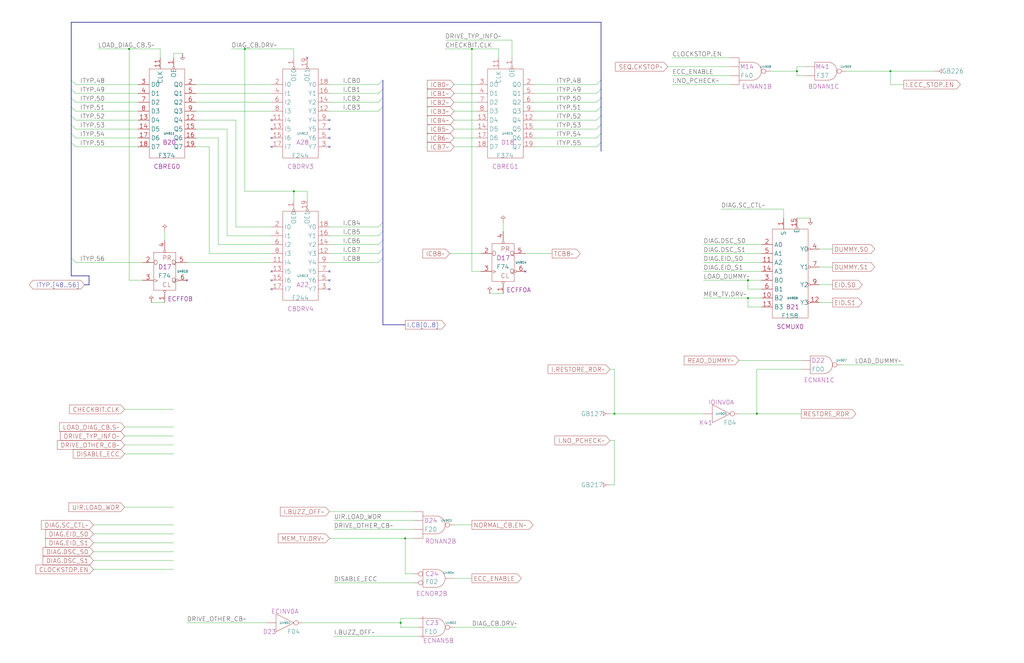
<source format=kicad_sch>
(kicad_sch (version 20220126) (generator eeschema)
  (paper "User" 584.2 378.46)
  (title_block (title "ERROR CHECKING & CORRECTION\\nDIAGNOSTIC CHECKBITS") (date "22-SEP-90") (rev "2.0") (comment 1 "IOC") (comment 2 "232-003061") (comment 3 "S400") (comment 4 "RELEASED"))
  (lib_symbols
    (symbol "r1000:F00" (pin_numbers hide) (pin_names hide)
      (property "Reference" "U" (at 15.24 0 0))
      (property "Value" "F00" (at 1.905 -5.08 0))
      (property "Location" "___" (at 1.905 0 0))
      (property "Name" "______" (at 2.54 -12.7 0))
      (symbol "F00_0_1"
        (polyline (pts (xy -2.54 -7.62) (xy 5.08 -7.62)) (stroke (width 0.1524)))
        (polyline (pts (xy -2.54 2.54) (xy -2.54 -7.62)) (stroke (width 0.1524)))
        (polyline (pts (xy -2.54 2.54) (xy 5.08 2.54)) (stroke (width 0.1524)))
        (arc (start 5.08 -7.62) (mid 10.1282 -2.54) (end 5.08 2.54) (stroke (width 0.1524)))
        (circle (center 11.43 -2.54) (radius 1.27) (stroke (width 0.1524)))
      )
      (symbol "F00_0_2"
        (circle (center -3.81 -5.08) (radius 1.27) (stroke (width 0.1524)))
        (circle (center -3.81 0) (radius 1.27) (stroke (width 0.1524)))
        (arc (start -3.175 -7.62) (mid -2.134 -2.54) (end -3.175 2.54) (stroke (width 0.1524)))
        (polyline (pts (xy -3.175 -7.62) (xy 3.81 -7.62)) (stroke (width 0.1524)))
        (polyline (pts (xy -3.175 2.54) (xy 3.81 2.54)) (stroke (width 0.1524)))
        (arc (start 3.81 -7.62) (mid 7.5855 -5.8306) (end 10.16 -2.54) (stroke (width 0.1524)))
        (arc (start 10.16 -2.54) (mid 7.5827 0.7471) (end 3.81 2.54) (stroke (width 0.1524)))
      )
      (symbol "F00_1_1"
        (pin input line (at -7.62 0 0) (length 5.08) (name "D0") (number "1"))
        (pin input line (at -7.62 -5.08 0) (length 5.08) (name "D1") (number "2"))
        (pin output line (at 15.24 -2.54 180) (length 2.54) (name "Q") (number "3"))
      )
      (symbol "F00_1_2"
        (pin input line (at -7.62 0 0) (length 2.54) (name "D0") (number "1"))
        (pin input line (at -7.62 -5.08 0) (length 2.54) (name "D1") (number "2"))
        (pin output line (at 15.24 -2.54 180) (length 5.08) (name "Q") (number "3"))
      )
    )
    (symbol "r1000:F02" (pin_numbers hide) (pin_names hide)
      (property "Reference" "U" (at 12.16 0.635 0))
      (property "Value" "F02" (at -1.27 -4.445 0))
      (property "Location" "___" (at 2.54 0 0))
      (property "Name" "______" (at 2.54 -12.7 0))
      (symbol "F02_0_1"
        (arc (start -3.81 -7.62) (mid -2.9847 -2.54) (end -3.81 2.54) (stroke (width 0.1524)))
        (polyline (pts (xy -5.08 -5.08) (xy -3.175 -5.08)) (stroke (width 0.1524)))
        (polyline (pts (xy -5.08 0) (xy -3.175 0)) (stroke (width 0.1524)))
        (polyline (pts (xy -3.81 -7.62) (xy 2.54 -7.62)) (stroke (width 0.1524)))
        (polyline (pts (xy -3.81 2.54) (xy 2.54 2.54)) (stroke (width 0.1524)))
        (polyline (pts (xy 13.97 -2.54) (xy 12.7 -2.54)) (stroke (width 0.1524)))
        (arc (start 2.54 -7.62) (mid 6.9515 -5.9823) (end 10.16 -2.54) (stroke (width 0.1524)))
        (arc (start 10.16 -2.54) (mid 6.9478 0.8966) (end 2.54 2.54) (stroke (width 0.1524)))
        (circle (center 11.43 -2.54) (radius 1.27) (stroke (width 0.1524)))
      )
      (symbol "F02_0_2"
        (circle (center -3.81 -5.08) (radius 1.27) (stroke (width 0.1524)))
        (circle (center -3.81 0) (radius 1.27) (stroke (width 0.1524)))
        (polyline (pts (xy -2.54 -7.62) (xy 5.08 -7.62)) (stroke (width 0.1524)))
        (polyline (pts (xy -2.54 2.54) (xy -2.54 -7.62)) (stroke (width 0.1524)))
        (polyline (pts (xy -2.54 2.54) (xy 5.08 2.54)) (stroke (width 0.1524)))
        (polyline (pts (xy 11.43 -2.54) (xy 10.16 -2.54)) (stroke (width 0.1524)))
        (polyline (pts (xy 11.43 -2.54) (xy 12.7 -2.54)) (stroke (width 0.1524)))
        (arc (start 5.08 -7.62) (mid 10.1282 -2.54) (end 5.08 2.54) (stroke (width 0.1524)))
      )
      (symbol "F02_1_1"
        (pin input line (at -7.62 0 0) (length 2.54) (name "D0") (number "1"))
        (pin input line (at -7.62 -5.08 0) (length 2.54) (name "D1") (number "2"))
        (pin output line (at 15.24 -2.54 180) (length 1.27) (name "Q") (number "3"))
      )
      (symbol "F02_1_2"
        (pin input line (at -7.62 0 0) (length 2.54) (name "D0") (number "1"))
        (pin input line (at -7.62 -5.08 0) (length 2.54) (name "D1") (number "2"))
        (pin output line (at 15.24 -2.54 180) (length 2.54) (name "Q") (number "3"))
      )
    )
    (symbol "r1000:F04" (pin_numbers hide) (pin_names hide)
      (property "Reference" "U" (at 0 0 0))
      (property "Value" "F04" (at 1.27 -5.08 0))
      (property "Location" "___" (at -12.7 -5.08 0))
      (property "Name" "______" (at 0 5.08 0))
      (symbol "F04_0_1"
        (polyline (pts (xy -7.62 0) (xy -5.08 0)) (stroke (width 0.1524)))
        (polyline (pts (xy -5.08 5.08) (xy -5.08 -5.08)) (stroke (width 0.1524)))
        (polyline (pts (xy 5.08 0) (xy -5.08 -5.08)) (stroke (width 0.1524)))
        (polyline (pts (xy 5.08 0) (xy -5.08 5.08)) (stroke (width 0.1524)))
        (circle (center 6.35 0) (radius 1.27) (stroke (width 0.1524)))
      )
      (symbol "F04_1_1"
        (pin input line (at -10.16 0 0) (length 2.54) (name "D0") (number "1"))
        (pin output line (at 10.16 0 180) (length 2.54) (name "Q") (number "2"))
      )
    )
    (symbol "r1000:F10" (pin_numbers hide) (pin_names hide)
      (property "Reference" "U" (at 13.335 0 0))
      (property "Value" "F10" (at 5.715 -5.08 0))
      (property "Location" "___" (at -1.27 0 0))
      (property "Name" "______" (at -2.54 -10.16 0))
      (symbol "F10_0_1"
        (polyline (pts (xy -2.54 -7.62) (xy 5.08 -7.62)) (stroke (width 0.1524)))
        (polyline (pts (xy -2.54 2.54) (xy 5.08 2.54)) (stroke (width 0.1524)))
        (polyline (pts (xy -2.54 3.81) (xy -2.54 -8.89)) (stroke (width 0.1524)))
        (arc (start 5.08 -7.62) (mid 10.1282 -2.54) (end 5.08 2.54) (stroke (width 0.1524)))
        (circle (center 11.43 -2.54) (radius 1.27) (stroke (width 0.1524)))
      )
      (symbol "F10_0_2"
        (circle (center -3.81 -7.62) (radius 1.27) (stroke (width 0.1524)))
        (circle (center -3.81 2.54) (radius 1.27) (stroke (width 0.1524)))
        (circle (center -3.175 -2.54) (radius 1.27) (stroke (width 0.1524)))
        (arc (start -2.54 -7.62) (mid -1.8195 -2.54) (end -2.54 2.54) (stroke (width 0.1524)))
        (polyline (pts (xy -4.445 -2.54) (xy -5.08 -2.54)) (stroke (width 0.1524)))
        (polyline (pts (xy -2.54 -7.62) (xy 5.08 -7.62)) (stroke (width 0.1524)))
        (polyline (pts (xy -2.54 2.54) (xy 5.08 2.54)) (stroke (width 0.1524)))
        (polyline (pts (xy 10.795 -2.54) (xy 12.7 -2.54)) (stroke (width 0.1524)))
        (arc (start 5.08 -7.62) (mid 8.4845 -5.6954) (end 10.795 -2.54) (stroke (width 0.1524)))
        (arc (start 10.795 -2.54) (mid 8.4807 0.6111) (end 5.08 2.54) (stroke (width 0.1524)))
      )
      (symbol "F10_1_1"
        (pin input line (at -5.08 2.54 0) (length 2.54) (name "D0") (number "1"))
        (pin input line (at -5.08 -2.54 0) (length 2.54) (name "D1") (number "2"))
        (pin input line (at -5.08 -7.62 0) (length 2.54) (name "D2") (number "3"))
        (pin output line (at 15.24 -2.54 180) (length 2.54) (name "Q") (number "4"))
      )
      (symbol "F10_1_2"
        (pin input line (at -5.08 2.54 0) (length 0) (name "D0") (number "1"))
        (pin input line (at -5.08 -2.54 0) (length 0) (name "D1") (number "2"))
        (pin input line (at -5.08 -7.62 0) (length 0) (name "D2") (number "3"))
        (pin output line (at 15.24 -2.54 180) (length 2.54) (name "Q") (number "4"))
      )
    )
    (symbol "r1000:F158" (pin_names (offset 1.016))
      (property "Reference" "U" (at 2.54 5.08 0))
      (property "Value" "F158" (at -3.81 -5.08 0))
      (property "Location" "___" (at -1.27 0 0))
      (property "Name" "______" (at 1.27 -12.7 0))
      (symbol "F158_1_1"
        (rectangle (start -8.89 44.45) (end 11.43 -6.35))
        (circle (center 5.08 45.085) (radius 0.635))
        (circle (center 12.065 2.54) (radius 0.635))
        (circle (center 12.065 12.7) (radius 0.635))
        (circle (center 12.065 22.86) (radius 0.635))
        (circle (center 12.065 33.02) (radius 0.635))
        (pin input line (at -2.54 50.8 270) (length 6.35) (name "S") (number "1"))
        (pin input line (at -15.24 5.08 0) (length 6.35) (name "B2") (number "10"))
        (pin input line (at -15.24 25.4 0) (length 6.35) (name "A2") (number "11"))
        (pin output line (at 17.78 2.54 180) (length 5.08) (name "Y3") (number "12"))
        (pin input line (at -15.24 0 0) (length 6.35) (name "B3") (number "13"))
        (pin input line (at -15.24 20.32 0) (length 6.35) (name "A3") (number "14"))
        (pin input line (at 5.08 50.8 270) (length 5.08) (name "E") (number "15"))
        (pin input line (at -15.24 35.56 0) (length 6.35) (name "A0") (number "2"))
        (pin input line (at -15.24 15.24 0) (length 6.35) (name "B0") (number "3"))
        (pin output line (at 17.78 33.02 180) (length 5.08) (name "Y0") (number "4"))
        (pin input line (at -15.24 30.48 0) (length 6.35) (name "A1") (number "5"))
        (pin input line (at -15.24 10.16 0) (length 6.35) (name "B1") (number "6"))
        (pin output line (at 17.78 22.86 180) (length 5.08) (name "Y1") (number "7"))
        (pin output line (at 17.78 12.7 180) (length 5.08) (name "Y2") (number "9"))
      )
    )
    (symbol "r1000:F20" (pin_numbers hide) (pin_names hide)
      (property "Reference" "U" (at 8.255 2.54 0))
      (property "Value" "F20" (at -0.635 -2.54 0))
      (property "Location" "___" (at -0.635 2.54 0))
      (property "Name" "______" (at 5.08 -10.795 0))
      (symbol "F20_0_1"
        (polyline (pts (xy -5.08 -5.08) (xy -5.08 -7.62)) (stroke (width 0.1524)))
        (polyline (pts (xy -5.08 5.08) (xy -5.08 -5.08)) (stroke (width 0.1524)))
        (polyline (pts (xy -5.08 7.62) (xy -5.08 5.08)) (stroke (width 0.1524)))
        (polyline (pts (xy 2.54 -5.08) (xy -5.08 -5.08)) (stroke (width 0.1524)))
        (polyline (pts (xy 2.54 5.08) (xy -5.08 5.08)) (stroke (width 0.1524)))
        (arc (start 2.54 -5.08) (mid 7.5882 0) (end 2.54 5.08) (stroke (width 0.1524)))
        (circle (center 8.89 0) (radius 1.27) (stroke (width 0.1524)))
      )
      (symbol "F20_0_2"
        (circle (center -7.62 -7.62) (radius 1.27) (stroke (width 0.1524)))
        (circle (center -7.62 7.62) (radius 1.27) (stroke (width 0.1524)))
        (circle (center -6.985 -2.54) (radius 1.27) (stroke (width 0.1524)))
        (circle (center -6.985 2.54) (radius 1.27) (stroke (width 0.1524)))
        (arc (start -6.35 -7.62) (mid -5.3975 0) (end -6.35 7.62) (stroke (width 0.1524)))
        (polyline (pts (xy -5.715 -5.08) (xy 1.27 -5.08)) (stroke (width 0.1524)))
        (polyline (pts (xy -5.715 5.08) (xy 1.27 5.08)) (stroke (width 0.1524)))
        (arc (start 1.27 -5.08) (mid 5.0518 -3.2985) (end 7.62 0) (stroke (width 0.1524)))
        (arc (start 7.62 0) (mid 5.0518 3.2985) (end 1.27 5.08) (stroke (width 0.1524)))
      )
      (symbol "F20_1_1"
        (pin input line (at -10.16 7.62 0) (length 5.08) (name "D0") (number "1"))
        (pin input line (at -10.16 2.54 0) (length 5.08) (name "D1") (number "2"))
        (pin input line (at -10.16 -2.54 0) (length 5.08) (name "D2") (number "4"))
        (pin input line (at -10.16 -7.62 0) (length 5.08) (name "D3") (number "5"))
        (pin output line (at 12.7 0 180) (length 2.54) (name "Q") (number "6"))
      )
      (symbol "F20_1_2"
        (pin input line (at -10.16 7.62 0) (length 1.27) (name "D0") (number "1"))
        (pin input line (at -10.16 2.54 0) (length 1.905) (name "D1") (number "2"))
        (pin input line (at -10.16 -2.54 0) (length 1.905) (name "D2") (number "4"))
        (pin input line (at -10.16 -7.62 0) (length 1.27) (name "D3") (number "5"))
        (pin output line (at 12.7 0 180) (length 5.08) (name "Q") (number "6"))
      )
    )
    (symbol "r1000:F244" (pin_names (offset 1.016))
      (property "Reference" "U" (at 2.54 5.08 0))
      (property "Value" "F244" (at -3.81 -7.62 0))
      (property "Location" "___" (at -1.27 0 0))
      (property "Name" "______" (at 1.27 -15.24 0))
      (symbol "F244_1_1"
        (rectangle (start -8.89 41.91) (end 11.43 -8.89))
        (circle (center -2.54 42.545) (radius 0.635))
        (circle (center 5.08 42.545) (radius 0.635))
        (pin input line (at -2.54 48.26 270) (length 5.08) (name "OE0") (number "1"))
        (pin input line (at -15.24 12.7 0) (length 6.35) (name "I4") (number "11"))
        (pin tri_state line (at 17.78 17.78 180) (length 6.35) (name "Y3") (number "12"))
        (pin input line (at -15.24 7.62 0) (length 6.35) (name "I5") (number "13"))
        (pin tri_state line (at 17.78 22.86 180) (length 6.35) (name "Y2") (number "14"))
        (pin input line (at -15.24 2.54 0) (length 6.35) (name "I6") (number "15"))
        (pin tri_state line (at 17.78 27.94 180) (length 6.35) (name "Y1") (number "16"))
        (pin input line (at -15.24 -2.54 0) (length 6.35) (name "I7") (number "17"))
        (pin tri_state line (at 17.78 33.02 180) (length 6.35) (name "Y0") (number "18"))
        (pin input line (at 5.08 48.26 270) (length 5.08) (name "OE1") (number "19"))
        (pin input line (at -15.24 33.02 0) (length 6.35) (name "I0") (number "2"))
        (pin tri_state line (at 17.78 -2.54 180) (length 6.35) (name "Y7") (number "3"))
        (pin input line (at -15.24 27.94 0) (length 6.35) (name "I1") (number "4"))
        (pin tri_state line (at 17.78 2.54 180) (length 6.35) (name "Y6") (number "5"))
        (pin input line (at -15.24 22.86 0) (length 6.35) (name "I2") (number "6"))
        (pin tri_state line (at 17.78 7.62 180) (length 6.35) (name "Y5") (number "7"))
        (pin input line (at -15.24 17.78 0) (length 6.35) (name "I3") (number "8"))
        (pin tri_state line (at 17.78 12.7 180) (length 6.35) (name "Y4") (number "9"))
      )
    )
    (symbol "r1000:F37" (pin_numbers hide) (pin_names (offset 0) hide)
      (property "Reference" "U" (at 15.24 0 0))
      (property "Value" "F37" (at 1.905 -5.08 0))
      (property "Location" "___" (at 1.905 0 0))
      (property "Name" "______" (at 2.54 -12.7 0))
      (symbol "F37_0_1"
        (polyline (pts (xy -2.54 -7.62) (xy 5.08 -7.62)) (stroke (width 0.1524)))
        (polyline (pts (xy -2.54 2.54) (xy -2.54 -7.62)) (stroke (width 0.1524)))
        (polyline (pts (xy -2.54 2.54) (xy 5.08 2.54)) (stroke (width 0.1524)))
        (arc (start 5.08 -7.62) (mid 10.1282 -2.54) (end 5.08 2.54) (stroke (width 0.1524)))
        (circle (center 11.43 -2.54) (radius 1.27) (stroke (width 0.1524)))
      )
      (symbol "F37_0_2"
        (circle (center -3.81 -5.08) (radius 1.27) (stroke (width 0.1524)))
        (circle (center -3.81 0) (radius 1.27) (stroke (width 0.1524)))
        (arc (start -3.175 -7.62) (mid -2.134 -2.54) (end -3.175 2.54) (stroke (width 0.1524)))
        (polyline (pts (xy -3.175 -7.62) (xy 3.81 -7.62)) (stroke (width 0.1524)))
        (polyline (pts (xy -3.175 2.54) (xy 3.81 2.54)) (stroke (width 0.1524)))
        (arc (start 3.81 -7.62) (mid 7.5855 -5.8306) (end 10.16 -2.54) (stroke (width 0.1524)))
        (arc (start 10.16 -2.54) (mid 7.5827 0.7471) (end 3.81 2.54) (stroke (width 0.1524)))
      )
      (symbol "F37_1_1"
        (pin input line (at -7.62 0 0) (length 5.08) (name "D0") (number "1"))
        (pin input line (at -7.62 -5.08 0) (length 5.08) (name "D1") (number "2"))
        (pin output line (at 15.24 -2.54 180) (length 2.54) (name "Q") (number "3"))
      )
      (symbol "F37_1_2"
        (pin input line (at -7.62 0 0) (length 2.54) (name "D0") (number "1"))
        (pin input line (at -7.62 -5.08 0) (length 2.54) (name "D1") (number "2"))
        (pin output line (at 15.24 -2.54 180) (length 5.08) (name "Q") (number "3"))
      )
    )
    (symbol "r1000:F374" (pin_names (offset 1.016))
      (property "Reference" "U" (at 2.54 5.08 0))
      (property "Value" "F374" (at -3.81 -7.62 0))
      (property "Location" "___" (at -1.27 0 0))
      (property "Name" "______" (at 1.27 -15.24 0))
      (symbol "F374_1_1"
        (rectangle (start -8.89 41.91) (end 11.43 -8.89))
        (circle (center 5.08 42.545) (radius 0.635))
        (pin input line (at 5.08 48.26 270) (length 5.08) (name "OE") (number "1"))
        (pin input line (at -2.54 48.26 270) (length 6.35) (name "CLK") (number "11"))
        (pin tri_state line (at 17.78 12.7 180) (length 6.35) (name "Q4") (number "12"))
        (pin input line (at -15.24 12.7 0) (length 6.35) (name "D4") (number "13"))
        (pin input line (at -15.24 7.62 0) (length 6.35) (name "D5") (number "14"))
        (pin tri_state line (at 17.78 7.62 180) (length 6.35) (name "Q5") (number "15"))
        (pin tri_state line (at 17.78 2.54 180) (length 6.35) (name "Q6") (number "16"))
        (pin input line (at -15.24 2.54 0) (length 6.35) (name "D6") (number "17"))
        (pin input line (at -15.24 -2.54 0) (length 6.35) (name "D7") (number "18"))
        (pin tri_state line (at 17.78 -2.54 180) (length 6.35) (name "Q7") (number "19"))
        (pin tri_state line (at 17.78 33.02 180) (length 6.35) (name "Q0") (number "2"))
        (pin input line (at -15.24 33.02 0) (length 6.35) (name "D0") (number "3"))
        (pin input line (at -15.24 27.94 0) (length 6.35) (name "D1") (number "4"))
        (pin tri_state line (at 17.78 27.94 180) (length 6.35) (name "Q1") (number "5"))
        (pin tri_state line (at 17.78 22.86 180) (length 6.35) (name "Q2") (number "6"))
        (pin input line (at -15.24 22.86 0) (length 6.35) (name "D2") (number "7"))
        (pin input line (at -15.24 17.78 0) (length 6.35) (name "D3") (number "8"))
        (pin tri_state line (at 17.78 17.78 180) (length 6.35) (name "Q3") (number "9"))
      )
    )
    (symbol "r1000:F40" (pin_numbers hide) (pin_names hide)
      (property "Reference" "U" (at 12.7 2.54 0))
      (property "Value" "F40" (at 1.905 -2.54 0))
      (property "Location" "___" (at 1.905 2.54 0))
      (property "Name" "______" (at 7.62 -10.16 0))
      (symbol "F40_0_0"
        (polyline (pts (xy -2.54 -5.08) (xy 5.08 -5.08)) (stroke (width 0.1524)))
        (polyline (pts (xy -2.54 5.08) (xy 5.08 5.08)) (stroke (width 0.1524)))
        (arc (start 5.08 -5.08) (mid 8.6721 -3.5921) (end 10.16 0) (stroke (width 0.1524)))
        (arc (start 10.16 0) (mid 8.6721 3.5921) (end 5.08 5.08) (stroke (width 0.1524)))
        (circle (center 11.43 0) (radius 1.27) (stroke (width 0.1524)))
      )
      (symbol "F40_0_1"
        (polyline (pts (xy -2.54 -5.08) (xy -2.54 -7.62)) (stroke (width 0.1524)))
        (polyline (pts (xy -2.54 5.08) (xy -2.54 -5.08)) (stroke (width 0.1524)))
        (polyline (pts (xy -2.54 7.62) (xy -2.54 5.08)) (stroke (width 0.1524)))
      )
      (symbol "F40_1_1"
        (pin input line (at -7.62 7.62 0) (length 5.08) (name "D0") (number "1"))
        (pin input line (at -7.62 2.54 0) (length 5.08) (name "D3") (number "2"))
        (pin input line (at -7.62 -2.54 0) (length 5.08) (name "D4") (number "4"))
        (pin input line (at -7.62 -7.62 0) (length 5.08) (name "D5") (number "5"))
        (pin output line (at 15.24 0 180) (length 2.54) (name "Q") (number "6"))
      )
    )
    (symbol "r1000:F74" (pin_names (offset 1.016) hide)
      (property "Reference" "U" (at 12.7 -2.54 0))
      (property "Value" "F74" (at -1.27 -5.08 0))
      (property "Location" "___" (at -1.27 0 0))
      (property "Name" "______" (at 11.43 -19.685 0))
      (symbol "F74_0_1"
        (rectangle (start -3.81 8.255) (end 8.89 -13.335) (stroke (width 0.1524)))
        (polyline (pts (xy 2.54 -15.24) (xy 2.54 -14.605)) (stroke (width 0.1524)))
        (polyline (pts (xy 2.54 10.16) (xy 2.54 9.525)) (stroke (width 0.1524)))
      )
      (symbol "F74_1_1"
        (circle (center 2.54 -13.97) (radius 0.635))
        (circle (center 2.54 8.89) (radius 0.635))
        (circle (center 9.525 -7.62) (radius 0.635))
        (text ">" (at -2.54 -7.62 0) (effects (font (size 2.54 2.54))))
        (text "C" (at 2.54 -10.16 0) (effects (font (size 2.54 2.54))))
        (text "D" (at -2.54 2.54 0) (effects (font (size 2.54 2.54))))
        (text "L" (at 5.08 -10.16 0) (effects (font (size 2.54 2.54))))
        (text "P" (at 2.54 5.08 0) (effects (font (size 2.54 2.54))))
        (text "Q" (at 7.62 -7.62 0) (effects (font (size 2.54 2.54))))
        (text "Q" (at 7.62 2.54 0) (effects (font (size 2.54 2.54))))
        (text "R" (at 5.08 5.08 0) (effects (font (size 2.54 2.54))))
        (pin input line (at 2.54 -20.32 90) (length 5.08) (name "CL_") (number "1"))
        (pin input line (at -10.16 2.54 0) (length 6.35) (name "D") (number "2"))
        (pin input line (at -10.16 -7.62 0) (length 6.35) (name "CLK") (number "3"))
        (pin input line (at 2.54 15.24 270) (length 5.08) (name "PR_") (number "4"))
        (pin output line (at 15.24 2.54 180) (length 6.35) (name "Q") (number "5"))
        (pin output line (at 15.24 -7.62 180) (length 5.08) (name "Q_") (number "6"))
      )
    )
    (symbol "r1000:GB" (pin_numbers hide) (pin_names (offset 0) hide)
      (property "Reference" "GB" (at 3.81 0 0))
      (symbol "GB_0_1"
        (polyline (pts (xy 2.54 0) (xy 3.81 1.27) (xy 3.81 -1.27) (xy 2.54 0)) (stroke (width 0.1524)))
      )
      (symbol "GB_1_1"
        (pin bidirectional line (at 0 0 0) (length 2.54) (name "") (number "1"))
      )
    )
    (symbol "r1000:PD" (power) (pin_numbers hide) (pin_names hide) (in_bom no)
      (symbol "PD_0_1"
        (polyline (pts (xy 0 -2.54) (xy 1.27 -2.54) (xy 0 -3.81) (xy -1.27 -2.54) (xy 0 -2.54)) (stroke (width 0.1524)))
      )
      (symbol "PD_1_1"
        (pin power_in line (at 0 0 270) (length 2.54) (name "PD") (number "1"))
      )
    )
    (symbol "r1000:PU" (power) (pin_numbers hide) (pin_names hide)
      (symbol "PU_0_1"
        (polyline (pts (xy 0 2.54) (xy -1.27 2.54) (xy 0 3.81) (xy 1.27 2.54) (xy 0 2.54)) (stroke (width 0.1524)))
      )
      (symbol "PU_1_1"
        (pin power_in line (at 0 0 90) (length 2.54) (name "PU") (number "1"))
      )
    )
  )
  (bus (pts (xy 218.44 127) (xy 218.44 132.08)))
  (bus (pts (xy 218.44 132.08) (xy 218.44 137.16)))
  (bus (pts (xy 218.44 137.16) (xy 218.44 142.24)))
  (bus (pts (xy 218.44 142.24) (xy 218.44 147.32)))
  (bus (pts (xy 218.44 147.32) (xy 218.44 185.42)))
  (bus (pts (xy 218.44 185.42) (xy 231.14 185.42)))
  (bus (pts (xy 218.44 45.72) (xy 218.44 50.8)))
  (bus (pts (xy 218.44 50.8) (xy 218.44 55.88)))
  (bus (pts (xy 218.44 55.88) (xy 218.44 60.96)))
  (bus (pts (xy 218.44 60.96) (xy 218.44 127)))
  (bus (pts (xy 342.9 12.7) (xy 342.9 45.72)))
  (bus (pts (xy 342.9 12.7) (xy 40.64 12.7)))
  (bus (pts (xy 342.9 45.72) (xy 342.9 50.8)))
  (bus (pts (xy 342.9 50.8) (xy 342.9 55.88)))
  (bus (pts (xy 342.9 55.88) (xy 342.9 60.96)))
  (bus (pts (xy 342.9 60.96) (xy 342.9 66.04)))
  (bus (pts (xy 342.9 66.04) (xy 342.9 71.12)))
  (bus (pts (xy 342.9 71.12) (xy 342.9 76.2)))
  (bus (pts (xy 342.9 76.2) (xy 342.9 81.28)))
  (bus (pts (xy 342.9 81.28) (xy 342.9 86.36)))
  (bus (pts (xy 40.64 12.7) (xy 40.64 45.72)))
  (bus (pts (xy 40.64 147.32) (xy 40.64 157.48)))
  (bus (pts (xy 40.64 45.72) (xy 40.64 50.8)))
  (bus (pts (xy 40.64 50.8) (xy 40.64 55.88)))
  (bus (pts (xy 40.64 55.88) (xy 40.64 60.96)))
  (bus (pts (xy 40.64 60.96) (xy 40.64 66.04)))
  (bus (pts (xy 40.64 66.04) (xy 40.64 71.12)))
  (bus (pts (xy 40.64 71.12) (xy 40.64 76.2)))
  (bus (pts (xy 40.64 76.2) (xy 40.64 81.28)))
  (bus (pts (xy 40.64 81.28) (xy 40.64 147.32)))
  (bus (pts (xy 48.26 162.56) (xy 50.8 162.56)))
  (bus (pts (xy 50.8 157.48) (xy 40.64 157.48)))
  (bus (pts (xy 50.8 162.56) (xy 50.8 157.48)))
  (wire (pts (xy 104.14 30.48) (xy 99.06 30.48)))
  (wire (pts (xy 106.68 149.86) (xy 154.94 149.86)))
  (wire (pts (xy 106.68 355.6) (xy 152.4 355.6)))
  (wire (pts (xy 111.76 48.26) (xy 154.94 48.26)))
  (wire (pts (xy 111.76 53.34) (xy 154.94 53.34)))
  (wire (pts (xy 111.76 58.42) (xy 154.94 58.42)))
  (wire (pts (xy 111.76 63.5) (xy 154.94 63.5)))
  (wire (pts (xy 111.76 68.58) (xy 134.62 68.58)))
  (wire (pts (xy 111.76 73.66) (xy 129.54 73.66)))
  (wire (pts (xy 111.76 78.74) (xy 124.46 78.74)))
  (wire (pts (xy 111.76 83.82) (xy 119.38 83.82)))
  (wire (pts (xy 119.38 144.78) (xy 154.94 144.78)))
  (wire (pts (xy 119.38 83.82) (xy 119.38 144.78)))
  (wire (pts (xy 124.46 139.7) (xy 154.94 139.7)))
  (wire (pts (xy 124.46 78.74) (xy 124.46 139.7)))
  (wire (pts (xy 129.54 134.62) (xy 154.94 134.62)))
  (wire (pts (xy 129.54 73.66) (xy 129.54 134.62)))
  (wire (pts (xy 132.08 27.94) (xy 139.7 27.94)))
  (wire (pts (xy 134.62 129.54) (xy 154.94 129.54)))
  (wire (pts (xy 134.62 68.58) (xy 134.62 129.54)))
  (wire (pts (xy 139.7 109.22) (xy 139.7 27.94)))
  (wire (pts (xy 139.7 27.94) (xy 167.64 27.94)))
  (wire (pts (xy 167.64 109.22) (xy 139.7 109.22)))
  (wire (pts (xy 167.64 109.22) (xy 167.64 114.3)))
  (wire (pts (xy 167.64 27.94) (xy 167.64 33.02)))
  (wire (pts (xy 172.72 355.6) (xy 228.6 355.6)))
  (wire (pts (xy 175.26 109.22) (xy 167.64 109.22)))
  (wire (pts (xy 175.26 114.3) (xy 175.26 109.22)))
  (wire (pts (xy 187.96 129.54) (xy 215.9 129.54)))
  (wire (pts (xy 187.96 134.62) (xy 215.9 134.62)))
  (wire (pts (xy 187.96 139.7) (xy 215.9 139.7)))
  (wire (pts (xy 187.96 144.78) (xy 215.9 144.78)))
  (wire (pts (xy 187.96 149.86) (xy 215.9 149.86)))
  (wire (pts (xy 187.96 292.1) (xy 236.22 292.1)))
  (wire (pts (xy 187.96 307.34) (xy 231.14 307.34)))
  (wire (pts (xy 187.96 48.26) (xy 215.9 48.26)))
  (wire (pts (xy 187.96 53.34) (xy 215.9 53.34)))
  (wire (pts (xy 187.96 58.42) (xy 215.9 58.42)))
  (wire (pts (xy 187.96 63.5) (xy 215.9 63.5)))
  (wire (pts (xy 190.5 297.18) (xy 236.22 297.18)))
  (wire (pts (xy 190.5 302.26) (xy 236.22 302.26)))
  (wire (pts (xy 190.5 332.74) (xy 236.22 332.74)))
  (wire (pts (xy 190.5 363.22) (xy 238.76 363.22)))
  (wire (pts (xy 228.6 353.06) (xy 228.6 355.6)))
  (wire (pts (xy 228.6 355.6) (xy 228.6 358.14)))
  (wire (pts (xy 228.6 358.14) (xy 238.76 358.14)))
  (wire (pts (xy 231.14 307.34) (xy 236.22 307.34)))
  (wire (pts (xy 231.14 327.66) (xy 231.14 307.34)))
  (wire (pts (xy 236.22 327.66) (xy 231.14 327.66)))
  (wire (pts (xy 238.76 353.06) (xy 228.6 353.06)))
  (wire (pts (xy 254 22.86) (xy 292.1 22.86)))
  (wire (pts (xy 254 27.94) (xy 269.24 27.94)))
  (wire (pts (xy 256.54 144.78) (xy 274.32 144.78)))
  (wire (pts (xy 259.08 299.72) (xy 269.24 299.72)))
  (wire (pts (xy 259.08 330.2) (xy 269.24 330.2)))
  (wire (pts (xy 259.08 358.14) (xy 294.64 358.14)))
  (wire (pts (xy 259.08 48.26) (xy 271.78 48.26)))
  (wire (pts (xy 259.08 53.34) (xy 271.78 53.34)))
  (wire (pts (xy 259.08 58.42) (xy 271.78 58.42)))
  (wire (pts (xy 259.08 63.5) (xy 271.78 63.5)))
  (wire (pts (xy 259.08 68.58) (xy 271.78 68.58)))
  (wire (pts (xy 259.08 73.66) (xy 271.78 73.66)))
  (wire (pts (xy 259.08 78.74) (xy 271.78 78.74)))
  (wire (pts (xy 259.08 83.82) (xy 271.78 83.82)))
  (wire (pts (xy 269.24 154.94) (xy 269.24 27.94)))
  (wire (pts (xy 269.24 27.94) (xy 284.48 27.94)))
  (wire (pts (xy 274.32 154.94) (xy 269.24 154.94)))
  (wire (pts (xy 279.4 167.64) (xy 287.02 167.64)))
  (wire (pts (xy 284.48 27.94) (xy 284.48 33.02)))
  (wire (pts (xy 287.02 127) (xy 287.02 132.08)))
  (wire (pts (xy 292.1 33.02) (xy 292.1 22.86)))
  (wire (pts (xy 299.72 144.78) (xy 314.96 144.78)))
  (wire (pts (xy 304.8 48.26) (xy 340.36 48.26)))
  (wire (pts (xy 304.8 53.34) (xy 340.36 53.34)))
  (wire (pts (xy 304.8 58.42) (xy 340.36 58.42)))
  (wire (pts (xy 304.8 63.5) (xy 340.36 63.5)))
  (wire (pts (xy 304.8 68.58) (xy 340.36 68.58)))
  (wire (pts (xy 304.8 73.66) (xy 340.36 73.66)))
  (wire (pts (xy 304.8 78.74) (xy 340.36 78.74)))
  (wire (pts (xy 304.8 83.82) (xy 340.36 83.82)))
  (wire (pts (xy 347.98 210.82) (xy 350.52 210.82)))
  (wire (pts (xy 347.98 236.22) (xy 350.52 236.22)))
  (wire (pts (xy 347.98 251.46) (xy 350.52 251.46)))
  (wire (pts (xy 350.52 210.82) (xy 350.52 236.22)))
  (wire (pts (xy 350.52 236.22) (xy 401.32 236.22)))
  (wire (pts (xy 350.52 251.46) (xy 350.52 276.86)))
  (wire (pts (xy 350.52 276.86) (xy 347.98 276.86)))
  (wire (pts (xy 381 38.1) (xy 416.56 38.1)))
  (wire (pts (xy 383.54 33.02) (xy 416.56 33.02)))
  (wire (pts (xy 383.54 43.18) (xy 416.56 43.18)))
  (wire (pts (xy 383.54 48.26) (xy 416.56 48.26)))
  (wire (pts (xy 401.32 139.7) (xy 434.34 139.7)))
  (wire (pts (xy 401.32 144.78) (xy 434.34 144.78)))
  (wire (pts (xy 401.32 149.86) (xy 434.34 149.86)))
  (wire (pts (xy 401.32 154.94) (xy 434.34 154.94)))
  (wire (pts (xy 401.32 160.02) (xy 426.72 160.02)))
  (wire (pts (xy 401.32 170.18) (xy 426.72 170.18)))
  (wire (pts (xy 421.64 205.74) (xy 457.2 205.74)))
  (wire (pts (xy 421.64 236.22) (xy 431.8 236.22)))
  (wire (pts (xy 426.72 160.02) (xy 434.34 160.02)))
  (wire (pts (xy 426.72 165.1) (xy 426.72 160.02)))
  (wire (pts (xy 426.72 170.18) (xy 434.34 170.18)))
  (wire (pts (xy 426.72 175.26) (xy 426.72 170.18)))
  (wire (pts (xy 43.18 149.86) (xy 81.28 149.86)))
  (wire (pts (xy 43.18 48.26) (xy 78.74 48.26)))
  (wire (pts (xy 43.18 53.34) (xy 78.74 53.34)))
  (wire (pts (xy 43.18 58.42) (xy 78.74 58.42)))
  (wire (pts (xy 43.18 63.5) (xy 78.74 63.5)))
  (wire (pts (xy 43.18 68.58) (xy 78.74 68.58)))
  (wire (pts (xy 43.18 73.66) (xy 78.74 73.66)))
  (wire (pts (xy 43.18 78.74) (xy 78.74 78.74)))
  (wire (pts (xy 43.18 83.82) (xy 78.74 83.82)))
  (wire (pts (xy 431.8 210.82) (xy 431.8 236.22)))
  (wire (pts (xy 431.8 236.22) (xy 457.2 236.22)))
  (wire (pts (xy 434.34 165.1) (xy 426.72 165.1)))
  (wire (pts (xy 434.34 175.26) (xy 426.72 175.26)))
  (wire (pts (xy 439.42 40.64) (xy 454.66 40.64)))
  (wire (pts (xy 447.04 119.38) (xy 411.48 119.38)))
  (wire (pts (xy 447.04 124.46) (xy 447.04 119.38)))
  (wire (pts (xy 454.66 124.46) (xy 462.28 124.46)))
  (wire (pts (xy 454.66 38.1) (xy 454.66 40.64)))
  (wire (pts (xy 454.66 40.64) (xy 454.66 43.18)))
  (wire (pts (xy 454.66 43.18) (xy 459.74 43.18)))
  (wire (pts (xy 457.2 210.82) (xy 431.8 210.82)))
  (wire (pts (xy 459.74 38.1) (xy 454.66 38.1)))
  (wire (pts (xy 467.36 142.24) (xy 474.98 142.24)))
  (wire (pts (xy 467.36 152.4) (xy 474.98 152.4)))
  (wire (pts (xy 467.36 162.56) (xy 474.98 162.56)))
  (wire (pts (xy 467.36 172.72) (xy 474.98 172.72)))
  (wire (pts (xy 480.06 208.28) (xy 515.62 208.28)))
  (wire (pts (xy 482.6 40.64) (xy 508 40.64)))
  (wire (pts (xy 508 40.64) (xy 533.4 40.64)))
  (wire (pts (xy 508 48.26) (xy 508 40.64)))
  (wire (pts (xy 515.62 48.26) (xy 508 48.26)))
  (wire (pts (xy 53.34 299.72) (xy 99.06 299.72)))
  (wire (pts (xy 53.34 304.8) (xy 99.06 304.8)))
  (wire (pts (xy 53.34 309.88) (xy 99.06 309.88)))
  (wire (pts (xy 53.34 314.96) (xy 99.06 314.96)))
  (wire (pts (xy 53.34 320.04) (xy 99.06 320.04)))
  (wire (pts (xy 53.34 325.12) (xy 99.06 325.12)))
  (wire (pts (xy 55.88 27.94) (xy 73.66 27.94)))
  (wire (pts (xy 71.12 233.68) (xy 99.06 233.68)))
  (wire (pts (xy 71.12 243.84) (xy 99.06 243.84)))
  (wire (pts (xy 71.12 248.92) (xy 99.06 248.92)))
  (wire (pts (xy 71.12 254) (xy 99.06 254)))
  (wire (pts (xy 71.12 259.08) (xy 99.06 259.08)))
  (wire (pts (xy 71.12 289.56) (xy 99.06 289.56)))
  (wire (pts (xy 73.66 160.02) (xy 73.66 27.94)))
  (wire (pts (xy 73.66 27.94) (xy 91.44 27.94)))
  (wire (pts (xy 81.28 160.02) (xy 73.66 160.02)))
  (wire (pts (xy 86.36 172.72) (xy 93.98 172.72)))
  (wire (pts (xy 91.44 33.02) (xy 91.44 27.94)))
  (wire (pts (xy 93.98 132.08) (xy 93.98 137.16)))
  (wire (pts (xy 99.06 30.48) (xy 99.06 33.02)))
  (bus_entry (at 40.64 45.72) (size 2.54 2.54))
  (bus_entry (at 40.64 50.8) (size 2.54 2.54))
  (bus_entry (at 40.64 55.88) (size 2.54 2.54))
  (bus_entry (at 40.64 60.96) (size 2.54 2.54))
  (bus_entry (at 40.64 66.04) (size 2.54 2.54))
  (bus_entry (at 40.64 71.12) (size 2.54 2.54))
  (bus_entry (at 40.64 76.2) (size 2.54 2.54))
  (bus_entry (at 40.64 81.28) (size 2.54 2.54))
  (bus_entry (at 40.64 147.32) (size 2.54 2.54))
  (label "ITYP.48" (at 45.72 48.26 0) (effects (font (size 2.54 2.54))))
  (label "ITYP.49" (at 45.72 53.34 0) (effects (font (size 2.54 2.54))))
  (label "ITYP.50" (at 45.72 58.42 0) (effects (font (size 2.54 2.54))))
  (label "ITYP.51" (at 45.72 63.5 0) (effects (font (size 2.54 2.54))))
  (label "ITYP.52" (at 45.72 68.58 0) (effects (font (size 2.54 2.54))))
  (label "ITYP.53" (at 45.72 73.66 0) (effects (font (size 2.54 2.54))))
  (label "ITYP.54" (at 45.72 78.74 0) (effects (font (size 2.54 2.54))))
  (label "ITYP.55" (at 45.72 83.82 0) (effects (font (size 2.54 2.54))))
  (label "ITYP.56" (at 45.72 149.86 0) (effects (font (size 2.54 2.54))))
  (global_label "ITYP.[48..56]" (shape bidirectional) (at 48.26 162.56 180) (effects (font (size 2.54 2.54))) (property "Intersheet References" "${INTERSHEET_REFS}" (at 18.8807 162.4013 0) (effects (font (size 1.905 1.905)) (justify right))))
  (global_label "DIAG.SC_CTL~" (shape input) (at 53.34 299.72 180) (effects (font (size 2.54 2.54))) (property "Intersheet References" "${INTERSHEET_REFS}" (at 23.5978 299.5613 0) (effects (font (size 1.905 1.905)) (justify right))))
  (global_label "DIAG.EID_S0" (shape input) (at 53.34 304.8 180) (effects (font (size 2.54 2.54))) (property "Intersheet References" "${INTERSHEET_REFS}" (at 26.0169 304.6413 0) (effects (font (size 1.905 1.905)) (justify right))))
  (global_label "DIAG.EID_S1" (shape input) (at 53.34 309.88 180) (effects (font (size 2.54 2.54))) (property "Intersheet References" "${INTERSHEET_REFS}" (at 26.0169 309.7213 0) (effects (font (size 1.905 1.905)) (justify right))))
  (global_label "DIAG.DSC_S0" (shape input) (at 53.34 314.96 180) (effects (font (size 2.54 2.54))) (property "Intersheet References" "${INTERSHEET_REFS}" (at 24.5654 314.8013 0) (effects (font (size 1.905 1.905)) (justify right))))
  (global_label "DIAG.DSC_S1" (shape input) (at 53.34 320.04 180) (effects (font (size 2.54 2.54))) (property "Intersheet References" "${INTERSHEET_REFS}" (at 24.5654 319.8813 0) (effects (font (size 1.905 1.905)) (justify right))))
  (global_label "CLOCKSTOP.EN" (shape input) (at 53.34 325.12 180) (effects (font (size 2.54 2.54))) (property "Intersheet References" "${INTERSHEET_REFS}" (at 20.453 324.9613 0) (effects (font (size 1.905 1.905)) (justify right))))
  (label "LOAD_DIAG_CB.S~" (at 55.88 27.94 0) (effects (font (size 2.54 2.54))))
  (global_label "CHECKBIT.CLK" (shape input) (at 71.12 233.68 180) (effects (font (size 2.54 2.54))) (property "Intersheet References" "${INTERSHEET_REFS}" (at 39.6845 233.5213 0) (effects (font (size 1.905 1.905)) (justify right))))
  (global_label "LOAD_DIAG_CB.S~" (shape input) (at 71.12 243.84 180) (effects (font (size 2.54 2.54))) (property "Intersheet References" "${INTERSHEET_REFS}" (at 33.9997 243.6813 0) (effects (font (size 1.905 1.905)) (justify right))))
  (global_label "DRIVE_TYP_INFO~" (shape input) (at 71.12 248.92 180) (effects (font (size 2.54 2.54))) (property "Intersheet References" "${INTERSHEET_REFS}" (at 34.4835 248.7613 0) (effects (font (size 1.905 1.905)) (justify right))))
  (global_label "DRIVE_OTHER_CB~" (shape input) (at 71.12 254 180) (effects (font (size 2.54 2.54))) (property "Intersheet References" "${INTERSHEET_REFS}" (at 32.6692 253.8413 0) (effects (font (size 1.905 1.905)) (justify right))))
  (global_label "DISABLE_ECC" (shape input) (at 71.12 259.08 180) (effects (font (size 2.54 2.54))) (property "Intersheet References" "${INTERSHEET_REFS}" (at 41.7407 258.9213 0) (effects (font (size 1.905 1.905)) (justify right))))
  (global_label "UIR.LOAD_WDR" (shape input) (at 71.12 289.56 180) (effects (font (size 2.54 2.54))) (property "Intersheet References" "${INTERSHEET_REFS}" (at 39.3216 289.4013 0) (effects (font (size 1.905 1.905)) (justify right))))
  (junction (at 73.66 27.94))
  (symbol (lib_id "r1000:PU") (at 86.36 172.72 0) (unit 1)
    (property "Reference" "#PWR04902" (effects hide))
    (property "Value" "PU" (effects hide))
  )
  (symbol (lib_id "r1000:F74") (at 91.44 152.4 0) (unit 1)
    (property "Reference" "U4910" (at 104.14 154.94 0))
    (property "Value" "F74" (at 90.17 157.48 0) (effects (font (size 2.54 2.54)) (justify left)))
    (property "Location" "D17" (at 90.17 152.4 0) (effects (font (size 2.54 2.54)) (justify left)))
    (property "Name" "ECFF0B" (at 102.87 172.085 0) (effects (font (size 2.54 2.54)) (justify bottom)))
  )
  (symbol (lib_id "r1000:F374") (at 93.98 81.28 0) (unit 1)
    (property "Reference" "U4911" (at 96.52 76.2 0))
    (property "Value" "F374" (at 90.17 88.9 0) (effects (font (size 2.54 2.54)) (justify left)))
    (property "Location" "B20" (at 92.71 81.28 0) (effects (font (size 2.54 2.54)) (justify left)))
    (property "Name" "CBREG0" (at 95.25 96.52 0) (effects (font (size 2.54 2.54)) (justify bottom)))
  )
  (symbol (lib_id "r1000:PU") (at 93.98 132.08 0) (unit 1)
    (property "Reference" "#PWR04903" (effects hide))
    (property "Value" "PU" (effects hide))
  )
  (symbol (lib_id "r1000:PD") (at 104.14 30.48 0) (unit 1) (in_bom no)
    (property "Reference" "#PWR0155" (effects hide))
    (property "Value" "PD" (effects hide))
  )
  (no_connect (at 106.68 160.02))
  (label "DRIVE_OTHER_CB~" (at 106.68 355.6 0) (effects (font (size 2.54 2.54))))
  (label "DIAG_CB.DRV~" (at 132.08 27.94 0) (effects (font (size 2.54 2.54))))
  (junction (at 139.7 27.94))
  (no_connect (at 154.94 68.58))
  (no_connect (at 154.94 73.66))
  (no_connect (at 154.94 78.74))
  (no_connect (at 154.94 83.82))
  (no_connect (at 154.94 154.94))
  (no_connect (at 154.94 160.02))
  (no_connect (at 154.94 165.1))
  (symbol (lib_id "r1000:F04") (at 162.56 355.6 0) (unit 1)
    (property "Reference" "U4901" (at 162.56 355.6 0))
    (property "Value" "F04" (at 163.83 360.68 0) (effects (font (size 2.54 2.54)) (justify left)))
    (property "Location" "D23" (at 149.86 360.68 0) (effects (font (size 2.54 2.54)) (justify left)))
    (property "Name" "ECINV0A" (at 162.56 350.52 0) (effects (font (size 2.54 2.54)) (justify bottom)))
  )
  (junction (at 167.64 109.22))
  (symbol (lib_id "r1000:F244") (at 170.18 81.28 0) (unit 1)
    (property "Reference" "U4912" (at 172.72 76.2 0))
    (property "Value" "F244" (at 166.37 88.9 0) (effects (font (size 2.54 2.54)) (justify left)))
    (property "Location" "A28" (at 168.91 81.28 0) (effects (font (size 2.54 2.54)) (justify left)))
    (property "Name" "CBDRV3" (at 171.45 96.52 0) (effects (font (size 2.54 2.54)) (justify bottom)))
  )
  (symbol (lib_id "r1000:F244") (at 170.18 162.56 0) (unit 1)
    (property "Reference" "U4913" (at 172.72 157.48 0))
    (property "Value" "F244" (at 166.37 170.18 0) (effects (font (size 2.54 2.54)) (justify left)))
    (property "Location" "A22" (at 168.91 162.56 0) (effects (font (size 2.54 2.54)) (justify left)))
    (property "Name" "CBDRV4" (at 171.45 177.8 0) (effects (font (size 2.54 2.54)) (justify bottom)))
  )
  (no_connect (at 175.26 33.02))
  (no_connect (at 187.96 68.58))
  (no_connect (at 187.96 73.66))
  (no_connect (at 187.96 78.74))
  (no_connect (at 187.96 83.82))
  (no_connect (at 187.96 154.94))
  (no_connect (at 187.96 160.02))
  (no_connect (at 187.96 165.1))
  (global_label "I.BUZZ_OFF~" (shape input) (at 187.96 292.1 180) (effects (font (size 2.54 2.54))) (property "Intersheet References" "${INTERSHEET_REFS}" (at 153.7426 291.9413 0) (effects (font (size 1.905 1.905)) (justify right))))
  (global_label "MEM_TV.DRV~" (shape input) (at 187.96 307.34 180) (effects (font (size 2.54 2.54))) (property "Intersheet References" "${INTERSHEET_REFS}" (at 158.7016 307.1813 0) (effects (font (size 1.905 1.905)) (justify right))))
  (label "UIR.LOAD_WDR" (at 190.5 297.18 0) (effects (font (size 2.54 2.54))))
  (label "DRIVE_OTHER_CB~" (at 190.5 302.26 0) (effects (font (size 2.54 2.54))))
  (label "DISABLE_ECC" (at 190.5 332.74 0) (effects (font (size 2.54 2.54))))
  (label "I.BUZZ_OFF~" (at 190.5 363.22 0) (effects (font (size 2.54 2.54))))
  (label "I.CB0" (at 195.58 48.26 0) (effects (font (size 2.54 2.54))))
  (label "I.CB1" (at 195.58 53.34 0) (effects (font (size 2.54 2.54))))
  (label "I.CB2" (at 195.58 58.42 0) (effects (font (size 2.54 2.54))))
  (label "I.CB3" (at 195.58 63.5 0) (effects (font (size 2.54 2.54))))
  (label "I.CB4" (at 195.58 129.54 0) (effects (font (size 2.54 2.54))))
  (label "I.CB5" (at 195.58 134.62 0) (effects (font (size 2.54 2.54))))
  (label "I.CB6" (at 195.58 139.7 0) (effects (font (size 2.54 2.54))))
  (label "I.CB7" (at 195.58 144.78 0) (effects (font (size 2.54 2.54))))
  (label "I.CB8" (at 195.58 149.86 0) (effects (font (size 2.54 2.54))))
  (bus_entry (at 218.44 45.72) (size -2.54 2.54))
  (bus_entry (at 218.44 50.8) (size -2.54 2.54))
  (bus_entry (at 218.44 55.88) (size -2.54 2.54))
  (bus_entry (at 218.44 60.96) (size -2.54 2.54))
  (bus_entry (at 218.44 127) (size -2.54 2.54))
  (bus_entry (at 218.44 132.08) (size -2.54 2.54))
  (bus_entry (at 218.44 137.16) (size -2.54 2.54))
  (bus_entry (at 218.44 142.24) (size -2.54 2.54))
  (bus_entry (at 218.44 147.32) (size -2.54 2.54))
  (junction (at 228.6 355.6))
  (global_label "I.CB[0..8]" (shape output) (at 231.14 185.42 0) (effects (font (size 2.54 2.54))) (property "Intersheet References" "${INTERSHEET_REFS}" (at 254.1089 185.2613 0) (effects (font (size 1.905 1.905)) (justify left))))
  (junction (at 231.14 307.34))
  (symbol (lib_id "r1000:F02") (at 243.84 327.66 0) (unit 1) (convert 2)
    (property "Reference" "U4904" (at 256 327.025 0))
    (property "Value" "F02" (at 242.57 332.105 0) (effects (font (size 2.54 2.54)) (justify left)))
    (property "Location" "C24" (at 246.38 327.66 0) (effects (font (size 2.54 2.54))))
    (property "Name" "ECNOR2B" (at 246.38 340.36 0) (effects (font (size 2.54 2.54)) (justify bottom)))
  )
  (symbol (lib_id "r1000:F10") (at 243.84 355.6 0) (unit 1)
    (property "Reference" "U4902" (at 257.175 355.6 0))
    (property "Value" "F10" (at 249.555 360.68 0) (effects (font (size 2.54 2.54)) (justify right)))
    (property "Location" "C23" (at 242.57 355.6 0) (effects (font (size 2.54 2.54)) (justify left)))
    (property "Name" "ECNAN5B" (at 241.3 365.76 0) (effects (font (size 2.54 2.54)) (justify left)))
  )
  (symbol (lib_id "r1000:F20") (at 246.38 299.72 0) (unit 1)
    (property "Reference" "U4903" (at 254.635 297.18 0))
    (property "Value" "F20" (at 245.745 302.26 0) (effects (font (size 2.54 2.54))))
    (property "Location" "D24" (at 245.745 297.18 0) (effects (font (size 2.54 2.54))))
    (property "Name" "RDNAN2B" (at 251.46 310.515 0) (effects (font (size 2.54 2.54)) (justify bottom)))
  )
  (label "DRIVE_TYP_INFO~" (at 254 22.86 0) (effects (font (size 2.54 2.54))))
  (label "CHECKBIT.CLK" (at 254 27.94 0) (effects (font (size 2.54 2.54))))
  (global_label "ICB8~" (shape input) (at 256.54 144.78 180) (effects (font (size 2.54 2.54))) (property "Intersheet References" "${INTERSHEET_REFS}" (at 241.1911 144.6213 0) (effects (font (size 1.905 1.905)) (justify right))))
  (global_label "ICB0~" (shape input) (at 259.08 48.26 180) (effects (font (size 2.54 2.54))) (property "Intersheet References" "${INTERSHEET_REFS}" (at 243.7311 48.1013 0) (effects (font (size 1.905 1.905)) (justify right))))
  (global_label "ICB1~" (shape input) (at 259.08 53.34 180) (effects (font (size 2.54 2.54))) (property "Intersheet References" "${INTERSHEET_REFS}" (at 243.7311 53.1813 0) (effects (font (size 1.905 1.905)) (justify right))))
  (global_label "ICB2~" (shape input) (at 259.08 58.42 180) (effects (font (size 2.54 2.54))) (property "Intersheet References" "${INTERSHEET_REFS}" (at 243.7311 58.2613 0) (effects (font (size 1.905 1.905)) (justify right))))
  (global_label "ICB3~" (shape input) (at 259.08 63.5 180) (effects (font (size 2.54 2.54))) (property "Intersheet References" "${INTERSHEET_REFS}" (at 243.7311 63.3413 0) (effects (font (size 1.905 1.905)) (justify right))))
  (global_label "ICB4~" (shape input) (at 259.08 68.58 180) (effects (font (size 2.54 2.54))) (property "Intersheet References" "${INTERSHEET_REFS}" (at 243.7311 68.4213 0) (effects (font (size 1.905 1.905)) (justify right))))
  (global_label "ICB5~" (shape input) (at 259.08 73.66 180) (effects (font (size 2.54 2.54))) (property "Intersheet References" "${INTERSHEET_REFS}" (at 243.7311 73.5013 0) (effects (font (size 1.905 1.905)) (justify right))))
  (global_label "ICB6~" (shape input) (at 259.08 78.74 180) (effects (font (size 2.54 2.54))) (property "Intersheet References" "${INTERSHEET_REFS}" (at 243.7311 78.5813 0) (effects (font (size 1.905 1.905)) (justify right))))
  (global_label "ICB7~" (shape input) (at 259.08 83.82 180) (effects (font (size 2.54 2.54))) (property "Intersheet References" "${INTERSHEET_REFS}" (at 243.7311 83.6613 0) (effects (font (size 1.905 1.905)) (justify right))))
  (junction (at 269.24 27.94))
  (global_label "NORMAL_CB.EN~" (shape output) (at 269.24 299.72 0) (effects (font (size 2.54 2.54))) (property "Intersheet References" "${INTERSHEET_REFS}" (at 304.0622 299.5613 0) (effects (font (size 1.905 1.905)) (justify left))))
  (global_label "ECC_ENABLE" (shape output) (at 269.24 330.2 0) (effects (font (size 2.54 2.54))) (property "Intersheet References" "${INTERSHEET_REFS}" (at 297.4098 330.0413 0) (effects (font (size 1.905 1.905)) (justify left))))
  (label "DIAG_CB.DRV~" (at 269.24 358.14 0) (effects (font (size 2.54 2.54))))
  (symbol (lib_id "r1000:PU") (at 279.4 167.64 0) (unit 1)
    (property "Reference" "#PWR04904" (effects hide))
    (property "Value" "PU" (effects hide))
  )
  (symbol (lib_id "r1000:F74") (at 284.48 147.32 0) (unit 1)
    (property "Reference" "U4914" (at 297.18 149.86 0))
    (property "Value" "F74" (at 283.21 152.4 0) (effects (font (size 2.54 2.54)) (justify left)))
    (property "Location" "D17" (at 283.21 147.32 0) (effects (font (size 2.54 2.54)) (justify left)))
    (property "Name" "ECFF0A" (at 295.91 167.005 0) (effects (font (size 2.54 2.54)) (justify bottom)))
  )
  (symbol (lib_id "r1000:F374") (at 287.02 81.28 0) (unit 1)
    (property "Reference" "U4915" (at 289.56 76.2 0))
    (property "Value" "F374" (at 283.21 88.9 0) (effects (font (size 2.54 2.54)) (justify left)))
    (property "Location" "D18" (at 285.75 81.28 0) (effects (font (size 2.54 2.54)) (justify left)))
    (property "Name" "CBREG1" (at 288.29 96.52 0) (effects (font (size 2.54 2.54)) (justify bottom)))
  )
  (symbol (lib_id "r1000:PU") (at 287.02 127 0) (unit 1)
    (property "Reference" "#PWR04905" (effects hide))
    (property "Value" "PU" (effects hide))
  )
  (no_connect (at 299.72 154.94))
  (global_label "TCB8~" (shape output) (at 314.96 144.78 0) (effects (font (size 2.54 2.54))) (property "Intersheet References" "${INTERSHEET_REFS}" (at 331.4156 144.6213 0) (effects (font (size 1.905 1.905)) (justify left))))
  (label "ITYP.48" (at 317.5 48.26 0) (effects (font (size 2.54 2.54))))
  (label "ITYP.49" (at 317.5 53.34 0) (effects (font (size 2.54 2.54))))
  (label "ITYP.50" (at 317.5 58.42 0) (effects (font (size 2.54 2.54))))
  (label "ITYP.51" (at 317.5 63.5 0) (effects (font (size 2.54 2.54))))
  (label "ITYP.52" (at 317.5 68.58 0) (effects (font (size 2.54 2.54))))
  (label "ITYP.53" (at 317.5 73.66 0) (effects (font (size 2.54 2.54))))
  (label "ITYP.54" (at 317.5 78.74 0) (effects (font (size 2.54 2.54))))
  (label "ITYP.55" (at 317.5 83.82 0) (effects (font (size 2.54 2.54))))
  (bus_entry (at 342.9 45.72) (size -2.54 2.54))
  (bus_entry (at 342.9 50.8) (size -2.54 2.54))
  (bus_entry (at 342.9 55.88) (size -2.54 2.54))
  (bus_entry (at 342.9 60.96) (size -2.54 2.54))
  (bus_entry (at 342.9 66.04) (size -2.54 2.54))
  (bus_entry (at 342.9 71.12) (size -2.54 2.54))
  (bus_entry (at 342.9 76.2) (size -2.54 2.54))
  (bus_entry (at 342.9 81.28) (size -2.54 2.54))
  (global_label "I.RESTORE_RDR~" (shape input) (at 347.98 210.82 180) (effects (font (size 2.54 2.54))) (property "Intersheet References" "${INTERSHEET_REFS}" (at 312.674 210.6613 0) (effects (font (size 1.905 1.905)) (justify right))))
  (symbol (lib_id "r1000:GB") (at 347.98 236.22 0) (mirror y) (unit 1)
    (property "Reference" "GB127" (at 344.17 236.22 0) (effects (font (size 2.54 2.54)) (justify left)))
    (property "Value" "GB" (effects hide))
  )
  (global_label "I.NO_PCHECK~" (shape input) (at 347.98 251.46 180) (effects (font (size 2.54 2.54))) (property "Intersheet References" "${INTERSHEET_REFS}" (at 316.5445 251.3013 0) (effects (font (size 1.905 1.905)) (justify right))))
  (symbol (lib_id "r1000:GB") (at 347.98 276.86 0) (mirror y) (unit 1)
    (property "Reference" "GB217" (at 344.17 276.86 0) (effects (font (size 2.54 2.54)) (justify left)))
    (property "Value" "GB" (effects hide))
  )
  (junction (at 350.52 236.22))
  (global_label "SEQ.CKSTOP~" (shape input) (at 381 38.1 180) (effects (font (size 2.54 2.54))) (property "Intersheet References" "${INTERSHEET_REFS}" (at 351.1369 37.9413 0) (effects (font (size 1.905 1.905)) (justify right))))
  (label "CLOCKSTOP.EN" (at 383.54 33.02 0) (effects (font (size 2.54 2.54))))
  (label "ECC_ENABLE" (at 383.54 43.18 0) (effects (font (size 2.54 2.54))))
  (label "I.NO_PCHECK~" (at 383.54 48.26 0) (effects (font (size 2.54 2.54))))
  (label "DIAG.DSC_S0" (at 401.32 139.7 0) (effects (font (size 2.54 2.54))))
  (label "DIAG.DSC_S1" (at 401.32 144.78 0) (effects (font (size 2.54 2.54))))
  (label "DIAG.EID_S0" (at 401.32 149.86 0) (effects (font (size 2.54 2.54))))
  (label "DIAG.EID_S1" (at 401.32 154.94 0) (effects (font (size 2.54 2.54))))
  (label "LOAD_DUMMY~" (at 401.32 160.02 0) (effects (font (size 2.54 2.54))))
  (label "MEM_TV.DRV~" (at 401.32 170.18 0) (effects (font (size 2.54 2.54))))
  (label "DIAG.SC_CTL~" (at 411.48 119.38 0) (effects (font (size 2.54 2.54))))
  (symbol (lib_id "r1000:F04") (at 411.48 236.22 0) (unit 1)
    (property "Reference" "U4905" (at 411.48 236.22 0))
    (property "Value" "F04" (at 412.75 241.3 0) (effects (font (size 2.54 2.54)) (justify left)))
    (property "Location" "K41" (at 398.78 241.3 0) (effects (font (size 2.54 2.54)) (justify left)))
    (property "Name" "IOINV0A" (at 411.48 231.14 0) (effects (font (size 2.54 2.54)) (justify bottom)))
  )
  (global_label "READ_DUMMY~" (shape input) (at 421.64 205.74 180) (effects (font (size 2.54 2.54))) (property "Intersheet References" "${INTERSHEET_REFS}" (at 390.3254 205.5813 0) (effects (font (size 1.905 1.905)) (justify right))))
  (symbol (lib_id "r1000:F40") (at 424.18 40.64 0) (unit 1)
    (property "Reference" "U4908" (at 436.88 38.1 0))
    (property "Value" "F40" (at 426.085 43.18 0) (effects (font (size 2.54 2.54))))
    (property "Location" "M14" (at 426.085 38.1 0) (effects (font (size 2.54 2.54))))
    (property "Name" "EVNAN1B" (at 431.8 50.8 0) (effects (font (size 2.54 2.54)) (justify bottom)))
  )
  (junction (at 426.72 160.02))
  (junction (at 426.72 170.18))
  (junction (at 431.8 236.22))
  (symbol (lib_id "r1000:F158") (at 449.58 175.26 0) (unit 1)
    (property "Reference" "U4906" (at 452.12 170.18 0))
    (property "Value" "F158" (at 445.77 180.34 0) (effects (font (size 2.54 2.54)) (justify left)))
    (property "Location" "B21" (at 448.31 175.26 0) (effects (font (size 2.54 2.54)) (justify left)))
    (property "Name" "SCMUX0" (at 450.85 187.96 0) (effects (font (size 2.54 2.54)) (justify bottom)))
  )
  (junction (at 454.66 40.64))
  (global_label "RESTORE_RDR" (shape output) (at 457.2 236.22 0) (effects (font (size 2.54 2.54))) (property "Intersheet References" "${INTERSHEET_REFS}" (at 488.2727 236.0613 0) (effects (font (size 1.905 1.905)) (justify left))))
  (symbol (lib_id "r1000:PD") (at 462.28 124.46 0) (unit 1) (in_bom no)
    (property "Reference" "#PWR04901" (effects hide))
    (property "Value" "PD" (effects hide))
  )
  (symbol (lib_id "r1000:F00") (at 464.82 205.74 0) (unit 1)
    (property "Reference" "U4907" (at 480.06 205.74 0))
    (property "Value" "F00" (at 466.725 210.82 0) (effects (font (size 2.54 2.54))))
    (property "Location" "D22" (at 466.725 205.74 0) (effects (font (size 2.54 2.54))))
    (property "Name" "ECNAN1C" (at 467.36 218.44 0) (effects (font (size 2.54 2.54)) (justify bottom)))
  )
  (symbol (lib_id "r1000:F37") (at 467.36 38.1 0) (unit 1)
    (property "Reference" "U4909" (at 482.6 38.1 0))
    (property "Value" "F37" (at 469.265 43.18 0) (effects (font (size 2.54 2.54))))
    (property "Location" "M41" (at 469.265 38.1 0) (effects (font (size 2.54 2.54))))
    (property "Name" "BDNAN1C" (at 469.9 50.8 0) (effects (font (size 2.54 2.54)) (justify bottom)))
  )
  (global_label "DUMMY.S0" (shape output) (at 474.98 142.24 0) (effects (font (size 2.54 2.54))) (property "Intersheet References" "${INTERSHEET_REFS}" (at 499.0374 142.0813 0) (effects (font (size 1.905 1.905)) (justify left))))
  (global_label "DUMMY.S1" (shape output) (at 474.98 152.4 0) (effects (font (size 2.54 2.54))) (property "Intersheet References" "${INTERSHEET_REFS}" (at 499.0374 152.2413 0) (effects (font (size 1.905 1.905)) (justify left))))
  (global_label "EID.S0" (shape output) (at 474.98 162.56 0) (effects (font (size 2.54 2.54))) (property "Intersheet References" "${INTERSHEET_REFS}" (at 491.9012 162.4013 0) (effects (font (size 1.905 1.905)) (justify left))))
  (global_label "EID.S1" (shape output) (at 474.98 172.72 0) (effects (font (size 2.54 2.54))) (property "Intersheet References" "${INTERSHEET_REFS}" (at 491.9012 172.5613 0) (effects (font (size 1.905 1.905)) (justify left))))
  (label "LOAD_DUMMY~" (at 487.68 208.28 0) (effects (font (size 2.54 2.54))))
  (junction (at 508 40.64))
  (global_label "I.ECC_STOP.EN" (shape output) (at 515.62 48.26 0) (effects (font (size 2.54 2.54))) (property "Intersheet References" "${INTERSHEET_REFS}" (at 547.9022 48.1013 0) (effects (font (size 1.905 1.905)) (justify left))))
  (symbol (lib_id "r1000:GB") (at 533.4 40.64 0) (unit 1)
    (property "Reference" "GB226" (at 537.21 40.64 0) (effects (font (size 2.54 2.54)) (justify left)))
    (property "Value" "GB" (effects hide))
  )
)
</source>
